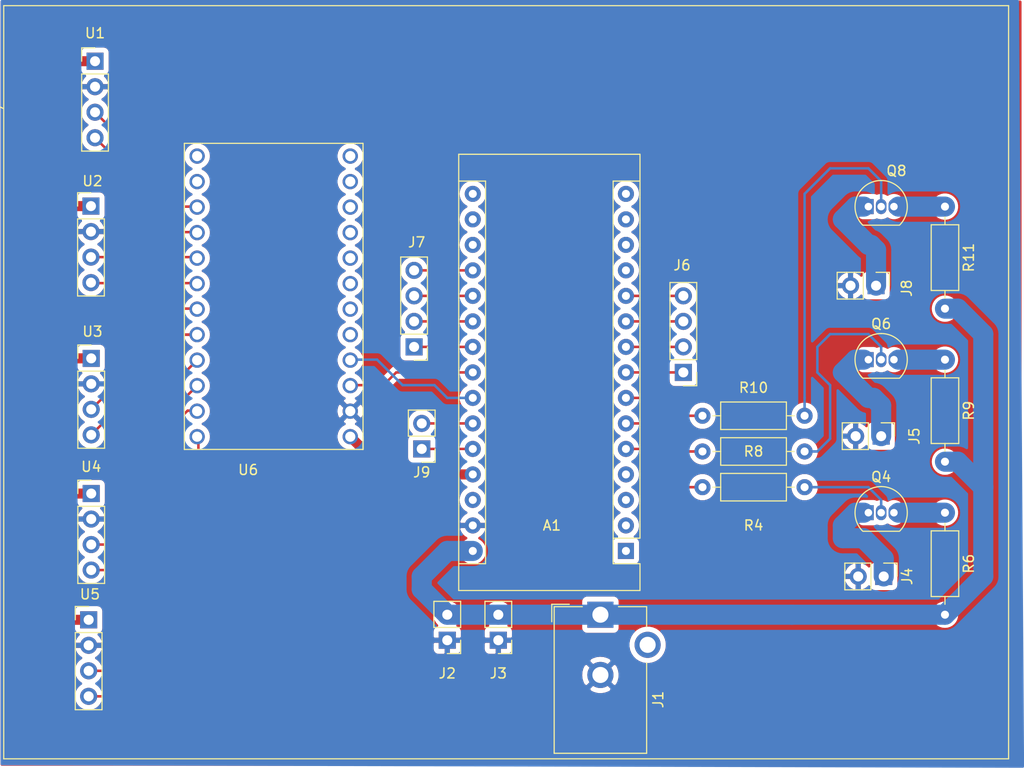
<source format=kicad_pcb>
(kicad_pcb (version 20171130) (host pcbnew "(5.1.4)-1")
  (layers (0 F.Cu signal) (31 B.Cu signal) (34 B.Paste user) (35 F.Paste user) (36 B.SilkS user) (37 F.SilkS user) (38 B.Mask user) (39 F.Mask user) (44 Edge.Cuts user))
  (net 0 "")
  (net 1 "Net-(A1-Pad1)")
  (net 2 "Net-(A1-Pad17)")
  (net 3 "Net-(A1-Pad2)")
  (net 4 "Net-(A1-Pad18)")
  (net 5 "Net-(A1-Pad3)")
  (net 6 "Net-(A1-Pad19)")
  (net 7 "Net-(A1-Pad4)")
  (net 8 "Net-(A1-Pad20)")
  (net 9 "Net-(A1-Pad5)")
  (net 10 "Net-(A1-Pad21)")
  (net 11 "Net-(A1-Pad6)")
  (net 12 "Net-(A1-Pad22)")
  (net 13 "Net-(A1-Pad7)")
  (net 14 "Net-(A1-Pad23)")
  (net 15 "Net-(A1-Pad8)")
  (net 16 "Net-(A1-Pad24)")
  (net 17 "Net-(A1-Pad9)")
  (net 18 "Net-(A1-Pad25)")
  (net 19 "Net-(A1-Pad10)")
  (net 20 "Net-(A1-Pad26)")
  (net 21 "Net-(A1-Pad11)")
  (net 22 "Net-(A1-Pad27)")
  (net 23 "Net-(A1-Pad12)")
  (net 24 "Net-(A1-Pad28)")
  (net 25 "Net-(A1-Pad13)")
  (net 26 GND)
  (net 27 "Net-(A1-Pad14)")
  (net 28 VCC)
  (net 29 "Net-(A1-Pad15)")
  (net 30 "Net-(A1-Pad16)")
  (net 31 "Net-(J4-Pad1)")
  (net 32 "Net-(J5-Pad1)")
  (net 33 "Net-(J8-Pad1)")
  (net 34 "Net-(Q4-Pad2)")
  (net 35 "Net-(Q4-Pad3)")
  (net 36 "Net-(Q6-Pad3)")
  (net 37 "Net-(Q6-Pad2)")
  (net 38 "Net-(Q8-Pad2)")
  (net 39 "Net-(Q8-Pad3)")
  (net 40 "Net-(U1-Pad4)")
  (net 41 "Net-(U1-Pad3)")
  (net 42 "Net-(U2-Pad3)")
  (net 43 "Net-(U2-Pad4)")
  (net 44 "Net-(U3-Pad3)")
  (net 45 "Net-(U3-Pad4)")
  (net 46 "Net-(U4-Pad4)")
  (net 47 "Net-(U4-Pad3)")
  (net 48 "Net-(U5-Pad3)")
  (net 49 "Net-(U5-Pad4)")
  (net 50 "Net-(U6-Pad24)")
  (net 51 "Net-(U6-Pad23)")
  (net 52 "Net-(U6-Pad12)")
  (net 53 "Net-(U6-Pad11)")
  (net 54 "Net-(U6-Pad10)")
  (net 55 "Net-(U6-Pad9)")
  (net 56 "Net-(U6-Pad8)")
  (net 57 "Net-(U6-Pad7)")
  (net 58 "Net-(U6-Pad6)")
  (net 59 "Net-(U6-Pad5)")
  (module adafruitparts:TCA9548A_multiplex (layer F.Cu) (at 86.868 88.9508 180)
    (fp_text reference U6 (at 2.54 -17.28 180) (layer F.SilkS))
    (fp_text value TCA9548Amultiplex)
    (fp_line (start -8.89 -13.97) (end -8.89 -13.97) (layer F.SilkS) (width 0.12))
    (fp_line (start -8.89 -15.24) (end -8.89 -13.97) (layer F.SilkS) (width 0.12))
    (fp_line (start 8.89 -15.24) (end -8.89 -15.24) (layer F.SilkS) (width 0.12))
    (fp_line (start 8.89 15.24) (end 8.89 -15.24) (layer F.SilkS) (width 0.12))
    (fp_line (start -8.89 15.24) (end 8.89 15.24) (layer F.SilkS) (width 0.12))
    (fp_line (start -8.89 -15.24) (end -8.89 15.24) (layer F.SilkS) (width 0.12))
    (pad 24 thru_hole circle (at 7.62 13.97 180) (size 1.524 1.524) (drill 1.016) (layers *.Cu *.Mask) (net 50 "Net-(U6-Pad24)"))
    (pad 23 thru_hole circle (at 7.62 11.43 180) (size 1.524 1.524) (drill 1.016) (layers *.Cu *.Mask) (net 51 "Net-(U6-Pad23)"))
    (pad 22 thru_hole circle (at 7.62 8.89 180) (size 1.524 1.524) (drill 1.016) (layers *.Cu *.Mask) (net 41 "Net-(U1-Pad3)"))
    (pad 21 thru_hole circle (at 7.62 6.35 180) (size 1.524 1.524) (drill 1.016) (layers *.Cu *.Mask) (net 40 "Net-(U1-Pad4)"))
    (pad 20 thru_hole circle (at 7.62 3.81 180) (size 1.524 1.524) (drill 1.016) (layers *.Cu *.Mask) (net 42 "Net-(U2-Pad3)"))
    (pad 19 thru_hole circle (at 7.62 1.27 180) (size 1.524 1.524) (drill 1.016) (layers *.Cu *.Mask) (net 43 "Net-(U2-Pad4)"))
    (pad 18 thru_hole circle (at 7.62 -1.27 180) (size 1.524 1.524) (drill 1.016) (layers *.Cu *.Mask) (net 44 "Net-(U3-Pad3)"))
    (pad 17 thru_hole circle (at 7.62 -3.81 180) (size 1.524 1.524) (drill 1.016) (layers *.Cu *.Mask) (net 45 "Net-(U3-Pad4)"))
    (pad 16 thru_hole circle (at 7.62 -6.35 180) (size 1.524 1.524) (drill 1.016) (layers *.Cu *.Mask) (net 47 "Net-(U4-Pad3)"))
    (pad 15 thru_hole circle (at 7.62 -8.89 180) (size 1.524 1.524) (drill 1.016) (layers *.Cu *.Mask) (net 46 "Net-(U4-Pad4)"))
    (pad 14 thru_hole circle (at 7.62 -11.43 180) (size 1.524 1.524) (drill 1.016) (layers *.Cu *.Mask) (net 48 "Net-(U5-Pad3)"))
    (pad 13 thru_hole circle (at 7.62 -13.97 180) (size 1.524 1.524) (drill 1.016) (layers *.Cu *.Mask) (net 49 "Net-(U5-Pad4)"))
    (pad 12 thru_hole circle (at -7.62 13.97 180) (size 1.524 1.524) (drill 1.016) (layers *.Cu *.Mask) (net 52 "Net-(U6-Pad12)"))
    (pad 11 thru_hole circle (at -7.62 11.43 180) (size 1.524 1.524) (drill 1.016) (layers *.Cu *.Mask) (net 53 "Net-(U6-Pad11)"))
    (pad 10 thru_hole circle (at -7.62 8.89 180) (size 1.524 1.524) (drill 1.016) (layers *.Cu *.Mask) (net 54 "Net-(U6-Pad10)"))
    (pad 9 thru_hole circle (at -7.62 6.35 180) (size 1.524 1.524) (drill 1.016) (layers *.Cu *.Mask) (net 55 "Net-(U6-Pad9)"))
    (pad 8 thru_hole circle (at -7.62 3.81 180) (size 1.524 1.524) (drill 1.016) (layers *.Cu *.Mask) (net 56 "Net-(U6-Pad8)"))
    (pad 7 thru_hole circle (at -7.62 1.27 180) (size 1.524 1.524) (drill 1.016) (layers *.Cu *.Mask) (net 57 "Net-(U6-Pad7)"))
    (pad 6 thru_hole circle (at -7.62 -1.27 180) (size 1.524 1.524) (drill 1.016) (layers *.Cu *.Mask) (net 58 "Net-(U6-Pad6)"))
    (pad 5 thru_hole circle (at -7.62 -3.81 180) (size 1.524 1.524) (drill 1.016) (layers *.Cu *.Mask) (net 59 "Net-(U6-Pad5)"))
    (pad 4 thru_hole circle (at -7.62 -6.35 180) (size 1.524 1.524) (drill 1.016) (layers *.Cu *.Mask) (net 16 "Net-(A1-Pad24)"))
    (pad 3 thru_hole circle (at -7.62 -8.89 180) (size 1.524 1.524) (drill 1.016) (layers *.Cu *.Mask) (net 14 "Net-(A1-Pad23)"))
    (pad 2 thru_hole circle (at -7.62 -11.43 180) (size 1.524 1.524) (drill 1.016) (layers *.Cu *.Mask) (net 26 GND))
    (pad 1 thru_hole circle (at -7.62 -13.97 180) (size 1.524 1.524) (drill 1.016) (layers *.Cu *.Mask) (net 22 "Net-(A1-Pad27)"))
  )
  (module Module:Arduino_Nano (layer F.Cu) (at 121.92 114.3 180)
    (fp_text reference A1 (at 7.366 2.54) (layer F.SilkS))
    (fp_text value Arduino_Nano_v3.x)
    (fp_line (start 1.27 1.27) (end 1.27 -1.27) (layer F.SilkS) (width 0.12))
    (fp_line (start 1.27 -1.27) (end -1.4 -1.27) (layer F.SilkS) (width 0.12))
    (fp_line (start -1.4 1.27) (end -1.4 39.5) (layer F.SilkS) (width 0.12))
    (fp_line (start -1.4 -3.94) (end -1.4 -1.27) (layer F.SilkS) (width 0.12))
    (fp_line (start 13.97 -1.27) (end 16.64 -1.27) (layer F.SilkS) (width 0.12))
    (fp_line (start 13.97 -1.27) (end 13.97 36.83) (layer F.SilkS) (width 0.12))
    (fp_line (start 13.97 36.83) (end 16.64 36.83) (layer F.SilkS) (width 0.12))
    (fp_line (start 1.27 1.27) (end -1.4 1.27) (layer F.SilkS) (width 0.12))
    (fp_line (start 1.27 1.27) (end 1.27 36.83) (layer F.SilkS) (width 0.12))
    (fp_line (start 1.27 36.83) (end -1.4 36.83) (layer F.SilkS) (width 0.12))
    (fp_line (start -1.4 39.5) (end 16.64 39.5) (layer F.SilkS) (width 0.12))
    (fp_line (start 16.64 39.5) (end 16.64 -3.94) (layer F.SilkS) (width 0.12))
    (fp_line (start 16.64 -3.94) (end -1.4 -3.94) (layer F.SilkS) (width 0.12))
    (pad 1 thru_hole rect (at 0 0 180) (size 1.6 1.6) (drill 0.8) (layers *.Cu *.Mask) (net 1 "Net-(A1-Pad1)"))
    (pad 17 thru_hole oval (at 15.24 33.02 180) (size 1.6 1.6) (drill 0.8) (layers *.Cu *.Mask) (net 2 "Net-(A1-Pad17)"))
    (pad 2 thru_hole oval (at 0 2.54 180) (size 1.6 1.6) (drill 0.8) (layers *.Cu *.Mask) (net 3 "Net-(A1-Pad2)"))
    (pad 18 thru_hole oval (at 15.24 30.48 180) (size 1.6 1.6) (drill 0.8) (layers *.Cu *.Mask) (net 4 "Net-(A1-Pad18)"))
    (pad 3 thru_hole oval (at 0 5.08 180) (size 1.6 1.6) (drill 0.8) (layers *.Cu *.Mask) (net 5 "Net-(A1-Pad3)"))
    (pad 19 thru_hole oval (at 15.24 27.94 180) (size 1.6 1.6) (drill 0.8) (layers *.Cu *.Mask) (net 6 "Net-(A1-Pad19)"))
    (pad 4 thru_hole oval (at 0 7.62 180) (size 1.6 1.6) (drill 0.8) (layers *.Cu *.Mask) (net 7 "Net-(A1-Pad4)"))
    (pad 20 thru_hole oval (at 15.24 25.4 180) (size 1.6 1.6) (drill 0.8) (layers *.Cu *.Mask) (net 8 "Net-(A1-Pad20)"))
    (pad 5 thru_hole oval (at 0 10.16 180) (size 1.6 1.6) (drill 0.8) (layers *.Cu *.Mask) (net 9 "Net-(A1-Pad5)"))
    (pad 21 thru_hole oval (at 15.24 22.86 180) (size 1.6 1.6) (drill 0.8) (layers *.Cu *.Mask) (net 10 "Net-(A1-Pad21)"))
    (pad 6 thru_hole oval (at 0 12.7 180) (size 1.6 1.6) (drill 0.8) (layers *.Cu *.Mask) (net 11 "Net-(A1-Pad6)"))
    (pad 22 thru_hole oval (at 15.24 20.32 180) (size 1.6 1.6) (drill 0.8) (layers *.Cu *.Mask) (net 12 "Net-(A1-Pad22)"))
    (pad 7 thru_hole oval (at 0 15.24 180) (size 1.6 1.6) (drill 0.8) (layers *.Cu *.Mask) (net 13 "Net-(A1-Pad7)"))
    (pad 23 thru_hole oval (at 15.24 17.78 180) (size 1.6 1.6) (drill 0.8) (layers *.Cu *.Mask) (net 14 "Net-(A1-Pad23)"))
    (pad 8 thru_hole oval (at 0 17.78 180) (size 1.6 1.6) (drill 0.8) (layers *.Cu *.Mask) (net 15 "Net-(A1-Pad8)"))
    (pad 24 thru_hole oval (at 15.24 15.24 180) (size 1.6 1.6) (drill 0.8) (layers *.Cu *.Mask) (net 16 "Net-(A1-Pad24)"))
    (pad 9 thru_hole oval (at 0 20.32 180) (size 1.6 1.6) (drill 0.8) (layers *.Cu *.Mask) (net 17 "Net-(A1-Pad9)"))
    (pad 25 thru_hole oval (at 15.24 12.7 180) (size 1.6 1.6) (drill 0.8) (layers *.Cu *.Mask) (net 18 "Net-(A1-Pad25)"))
    (pad 10 thru_hole oval (at 0 22.86 180) (size 1.6 1.6) (drill 0.8) (layers *.Cu *.Mask) (net 19 "Net-(A1-Pad10)"))
    (pad 26 thru_hole oval (at 15.24 10.16 180) (size 1.6 1.6) (drill 0.8) (layers *.Cu *.Mask) (net 20 "Net-(A1-Pad26)"))
    (pad 11 thru_hole oval (at 0 25.4 180) (size 1.6 1.6) (drill 0.8) (layers *.Cu *.Mask) (net 21 "Net-(A1-Pad11)"))
    (pad 27 thru_hole oval (at 15.24 7.62 180) (size 1.6 1.6) (drill 0.8) (layers *.Cu *.Mask) (net 22 "Net-(A1-Pad27)"))
    (pad 12 thru_hole oval (at 0 27.94 180) (size 1.6 1.6) (drill 0.8) (layers *.Cu *.Mask) (net 23 "Net-(A1-Pad12)"))
    (pad 28 thru_hole oval (at 15.24 5.08 180) (size 1.6 1.6) (drill 0.8) (layers *.Cu *.Mask) (net 24 "Net-(A1-Pad28)"))
    (pad 13 thru_hole oval (at 0 30.48 180) (size 1.6 1.6) (drill 0.8) (layers *.Cu *.Mask) (net 25 "Net-(A1-Pad13)"))
    (pad 29 thru_hole oval (at 15.24 2.54 180) (size 1.6 1.6) (drill 0.8) (layers *.Cu *.Mask) (net 26 GND))
    (pad 14 thru_hole oval (at 0 33.02 180) (size 1.6 1.6) (drill 0.8) (layers *.Cu *.Mask) (net 27 "Net-(A1-Pad14)"))
    (pad 30 thru_hole oval (at 15.24 0 180) (size 1.6 1.6) (drill 0.8) (layers *.Cu *.Mask) (net 28 VCC))
    (pad 15 thru_hole oval (at 0 35.56 180) (size 1.6 1.6) (drill 0.8) (layers *.Cu *.Mask) (net 29 "Net-(A1-Pad15)"))
    (pad 16 thru_hole oval (at 15.24 35.56 180) (size 1.6 1.6) (drill 0.8) (layers *.Cu *.Mask) (net 30 "Net-(A1-Pad16)"))
  )
  (module Connector_BarrelJack:BarrelJack_CUI_PJ-102AH_Horizontal (layer F.Cu) (at 119.38 120.65)
    (fp_text reference J1 (at 5.75 8.45 90) (layer F.SilkS))
    (fp_text value Barrel_Jack)
    (fp_line (start 4.6 4.8) (end 4.6 13.8) (layer F.SilkS) (width 0.12))
    (fp_line (start 4.6 13.8) (end -4.6 13.8) (layer F.SilkS) (width 0.12))
    (fp_line (start -4.6 13.8) (end -4.6 -0.8) (layer F.SilkS) (width 0.12))
    (fp_line (start -4.6 -0.8) (end -1.8 -0.8) (layer F.SilkS) (width 0.12))
    (fp_line (start 1.8 -0.8) (end 4.6 -0.8) (layer F.SilkS) (width 0.12))
    (fp_line (start 4.6 -0.8) (end 4.6 1.2) (layer F.SilkS) (width 0.12))
    (fp_line (start -4.84 0.7) (end -4.84 -1.04) (layer F.SilkS) (width 0.12))
    (fp_line (start -4.84 -1.04) (end -3.1 -1.04) (layer F.SilkS) (width 0.12))
    (pad 1 thru_hole rect (at 0 0) (size 2.6 2.6) (drill 1.6) (layers *.Cu *.Mask) (net 28 VCC))
    (pad 2 thru_hole circle (at 0 6) (size 2.6 2.6) (drill 1.6) (layers *.Cu *.Mask) (net 26 GND))
    (pad 3 thru_hole circle (at 4.7 3) (size 2.6 2.6) (drill 1.6) (layers *.Cu *.Mask))
  )
  (module Connector_PinHeader_2.54mm:PinHeader_1x02_P2.54mm_Vertical (layer F.Cu) (at 104.14 123.19 180)
    (fp_text reference J2 (at 0 -3.302) (layer F.SilkS))
    (fp_text value "Exposed power and ground")
    (fp_line (start -1.33 3.87) (end 1.33 3.87) (layer F.SilkS) (width 0.12))
    (fp_line (start -1.33 1.27) (end -1.33 3.87) (layer F.SilkS) (width 0.12))
    (fp_line (start 1.33 1.27) (end 1.33 3.87) (layer F.SilkS) (width 0.12))
    (fp_line (start -1.33 1.27) (end 1.33 1.27) (layer F.SilkS) (width 0.12))
    (fp_line (start -1.33 0) (end -1.33 -1.33) (layer F.SilkS) (width 0.12))
    (fp_line (start -1.33 -1.33) (end 0 -1.33) (layer F.SilkS) (width 0.12))
    (pad 1 thru_hole rect (at 0 0 180) (size 1.7 1.7) (drill 1) (layers *.Cu *.Mask) (net 26 GND))
    (pad 2 thru_hole oval (at 0 2.54 180) (size 1.7 1.7) (drill 1) (layers *.Cu *.Mask) (net 28 VCC))
  )
  (module Connector_PinHeader_2.54mm:PinHeader_1x02_P2.54mm_Vertical (layer F.Cu) (at 109.22 123.19 180)
    (fp_text reference J3 (at 0 -3.302) (layer F.SilkS))
    (fp_text value "Alternate power ground inputs")
    (fp_line (start -1.33 -1.33) (end 0 -1.33) (layer F.SilkS) (width 0.12))
    (fp_line (start -1.33 0) (end -1.33 -1.33) (layer F.SilkS) (width 0.12))
    (fp_line (start -1.33 1.27) (end 1.33 1.27) (layer F.SilkS) (width 0.12))
    (fp_line (start 1.33 1.27) (end 1.33 3.87) (layer F.SilkS) (width 0.12))
    (fp_line (start -1.33 1.27) (end -1.33 3.87) (layer F.SilkS) (width 0.12))
    (fp_line (start -1.33 3.87) (end 1.33 3.87) (layer F.SilkS) (width 0.12))
    (pad 2 thru_hole oval (at 0 2.54 180) (size 1.7 1.7) (drill 1) (layers *.Cu *.Mask) (net 28 VCC))
    (pad 1 thru_hole rect (at 0 0 180) (size 1.7 1.7) (drill 1) (layers *.Cu *.Mask) (net 26 GND))
  )
  (module Connector_PinHeader_2.54mm:PinHeader_1x02_P2.54mm_Vertical (layer F.Cu) (at 147.574 116.84 270)
    (fp_text reference J4 (at 0 -2.33 90) (layer F.SilkS))
    (fp_text value Conn_01x02_Male)
    (fp_line (start -1.33 -1.33) (end 0 -1.33) (layer F.SilkS) (width 0.12))
    (fp_line (start -1.33 0) (end -1.33 -1.33) (layer F.SilkS) (width 0.12))
    (fp_line (start -1.33 1.27) (end 1.33 1.27) (layer F.SilkS) (width 0.12))
    (fp_line (start 1.33 1.27) (end 1.33 3.87) (layer F.SilkS) (width 0.12))
    (fp_line (start -1.33 1.27) (end -1.33 3.87) (layer F.SilkS) (width 0.12))
    (fp_line (start -1.33 3.87) (end 1.33 3.87) (layer F.SilkS) (width 0.12))
    (pad 2 thru_hole oval (at 0 2.54 270) (size 1.7 1.7) (drill 1) (layers *.Cu *.Mask) (net 26 GND))
    (pad 1 thru_hole rect (at 0 0 270) (size 1.7 1.7) (drill 1) (layers *.Cu *.Mask) (net 31 "Net-(J4-Pad1)"))
  )
  (module Connector_PinHeader_2.54mm:PinHeader_1x02_P2.54mm_Vertical (layer F.Cu) (at 147.32 102.87 270)
    (fp_text reference J5 (at 0 -3.302 90) (layer F.SilkS))
    (fp_text value Conn_01x02_Male)
    (fp_line (start -1.33 3.87) (end 1.33 3.87) (layer F.SilkS) (width 0.12))
    (fp_line (start -1.33 1.27) (end -1.33 3.87) (layer F.SilkS) (width 0.12))
    (fp_line (start 1.33 1.27) (end 1.33 3.87) (layer F.SilkS) (width 0.12))
    (fp_line (start -1.33 1.27) (end 1.33 1.27) (layer F.SilkS) (width 0.12))
    (fp_line (start -1.33 0) (end -1.33 -1.33) (layer F.SilkS) (width 0.12))
    (fp_line (start -1.33 -1.33) (end 0 -1.33) (layer F.SilkS) (width 0.12))
    (pad 1 thru_hole rect (at 0 0 270) (size 1.7 1.7) (drill 1) (layers *.Cu *.Mask) (net 32 "Net-(J5-Pad1)"))
    (pad 2 thru_hole oval (at 0 2.54 270) (size 1.7 1.7) (drill 1) (layers *.Cu *.Mask) (net 26 GND))
  )
  (module Connector_PinHeader_2.54mm:PinHeader_1x04_P2.54mm_Vertical (layer F.Cu) (at 127.635 96.52 180)
    (fp_text reference J6 (at 0.127 10.668) (layer F.SilkS))
    (fp_text value Conn_01x04_Male)
    (fp_line (start -1.33 -1.33) (end 0 -1.33) (layer F.SilkS) (width 0.12))
    (fp_line (start -1.33 0) (end -1.33 -1.33) (layer F.SilkS) (width 0.12))
    (fp_line (start -1.33 1.27) (end 1.33 1.27) (layer F.SilkS) (width 0.12))
    (fp_line (start 1.33 1.27) (end 1.33 8.95) (layer F.SilkS) (width 0.12))
    (fp_line (start -1.33 1.27) (end -1.33 8.95) (layer F.SilkS) (width 0.12))
    (fp_line (start -1.33 8.95) (end 1.33 8.95) (layer F.SilkS) (width 0.12))
    (pad 4 thru_hole oval (at 0 7.62 180) (size 1.7 1.7) (drill 1) (layers *.Cu *.Mask) (net 21 "Net-(A1-Pad11)"))
    (pad 3 thru_hole oval (at 0 5.08 180) (size 1.7 1.7) (drill 1) (layers *.Cu *.Mask) (net 19 "Net-(A1-Pad10)"))
    (pad 2 thru_hole oval (at 0 2.54 180) (size 1.7 1.7) (drill 1) (layers *.Cu *.Mask) (net 17 "Net-(A1-Pad9)"))
    (pad 1 thru_hole rect (at 0 0 180) (size 1.7 1.7) (drill 1) (layers *.Cu *.Mask) (net 15 "Net-(A1-Pad8)"))
  )
  (module Connector_PinHeader_2.54mm:PinHeader_1x04_P2.54mm_Vertical (layer F.Cu) (at 100.838 93.98 180)
    (fp_text reference J7 (at -0.254 10.414) (layer F.SilkS))
    (fp_text value Conn_01x04_Male)
    (fp_line (start -1.33 8.95) (end 1.33 8.95) (layer F.SilkS) (width 0.12))
    (fp_line (start -1.33 1.27) (end -1.33 8.95) (layer F.SilkS) (width 0.12))
    (fp_line (start 1.33 1.27) (end 1.33 8.95) (layer F.SilkS) (width 0.12))
    (fp_line (start -1.33 1.27) (end 1.33 1.27) (layer F.SilkS) (width 0.12))
    (fp_line (start -1.33 0) (end -1.33 -1.33) (layer F.SilkS) (width 0.12))
    (fp_line (start -1.33 -1.33) (end 0 -1.33) (layer F.SilkS) (width 0.12))
    (pad 1 thru_hole rect (at 0 0 180) (size 1.7 1.7) (drill 1) (layers *.Cu *.Mask) (net 12 "Net-(A1-Pad22)"))
    (pad 2 thru_hole oval (at 0 2.54 180) (size 1.7 1.7) (drill 1) (layers *.Cu *.Mask) (net 10 "Net-(A1-Pad21)"))
    (pad 3 thru_hole oval (at 0 5.08 180) (size 1.7 1.7) (drill 1) (layers *.Cu *.Mask) (net 8 "Net-(A1-Pad20)"))
    (pad 4 thru_hole oval (at 0 7.62 180) (size 1.7 1.7) (drill 1) (layers *.Cu *.Mask) (net 6 "Net-(A1-Pad19)"))
  )
  (module Connector_PinHeader_2.54mm:PinHeader_1x02_P2.54mm_Vertical (layer F.Cu) (at 146.812 87.884 270)
    (fp_text reference J8 (at 0.254 -3.048 90) (layer F.SilkS))
    (fp_text value Conn_01x02_Male)
    (fp_line (start -1.33 -1.33) (end 0 -1.33) (layer F.SilkS) (width 0.12))
    (fp_line (start -1.33 0) (end -1.33 -1.33) (layer F.SilkS) (width 0.12))
    (fp_line (start -1.33 1.27) (end 1.33 1.27) (layer F.SilkS) (width 0.12))
    (fp_line (start 1.33 1.27) (end 1.33 3.87) (layer F.SilkS) (width 0.12))
    (fp_line (start -1.33 1.27) (end -1.33 3.87) (layer F.SilkS) (width 0.12))
    (fp_line (start -1.33 3.87) (end 1.33 3.87) (layer F.SilkS) (width 0.12))
    (pad 2 thru_hole oval (at 0 2.54 270) (size 1.7 1.7) (drill 1) (layers *.Cu *.Mask) (net 26 GND))
    (pad 1 thru_hole rect (at 0 0 270) (size 1.7 1.7) (drill 1) (layers *.Cu *.Mask) (net 33 "Net-(J8-Pad1)"))
  )
  (module Connector_PinHeader_2.54mm:PinHeader_1x02_P2.54mm_Vertical (layer F.Cu) (at 101.6 104.14 180)
    (fp_text reference J9 (at 0 -2.33) (layer F.SilkS))
    (fp_text value Conn_01x02_Male)
    (fp_line (start -1.33 3.87) (end 1.33 3.87) (layer F.SilkS) (width 0.12))
    (fp_line (start -1.33 1.27) (end -1.33 3.87) (layer F.SilkS) (width 0.12))
    (fp_line (start 1.33 1.27) (end 1.33 3.87) (layer F.SilkS) (width 0.12))
    (fp_line (start -1.33 1.27) (end 1.33 1.27) (layer F.SilkS) (width 0.12))
    (fp_line (start -1.33 0) (end -1.33 -1.33) (layer F.SilkS) (width 0.12))
    (fp_line (start -1.33 -1.33) (end 0 -1.33) (layer F.SilkS) (width 0.12))
    (pad 1 thru_hole rect (at 0 0 180) (size 1.7 1.7) (drill 1) (layers *.Cu *.Mask) (net 20 "Net-(A1-Pad26)"))
    (pad 2 thru_hole oval (at 0 2.54 180) (size 1.7 1.7) (drill 1) (layers *.Cu *.Mask) (net 18 "Net-(A1-Pad25)"))
  )
  (module Package_TO_SOT_THT:TO-92_Inline (layer F.Cu) (at 146.05 110.49)
    (fp_text reference Q4 (at 1.27 -3.56) (layer F.SilkS))
    (fp_text value PN2222A)
    (fp_line (start -0.53 1.85) (end 3.07 1.85) (layer F.SilkS) (width 0.12))
    (fp_arc (start 1.27 0) (end 1.27 -2.6) (angle -135) (layer F.SilkS) (width 0.12))
    (fp_arc (start 1.27 0) (end 1.27 -2.6) (angle 135) (layer F.SilkS) (width 0.12))
    (pad 2 thru_hole oval (at 1.27 0) (size 1.05 1.5) (drill 0.75) (layers *.Cu *.Mask) (net 34 "Net-(Q4-Pad2)"))
    (pad 3 thru_hole oval (at 2.54 0) (size 1.05 1.5) (drill 0.75) (layers *.Cu *.Mask) (net 35 "Net-(Q4-Pad3)"))
    (pad 1 thru_hole rect (at 0 0) (size 1.05 1.5) (drill 0.75) (layers *.Cu *.Mask) (net 31 "Net-(J4-Pad1)"))
  )
  (module Package_TO_SOT_THT:TO-92_Inline (layer F.Cu) (at 146.05 95.25)
    (fp_text reference Q6 (at 1.27 -3.56) (layer F.SilkS))
    (fp_text value PN2222A)
    (fp_arc (start 1.27 0) (end 1.27 -2.6) (angle 135) (layer F.SilkS) (width 0.12))
    (fp_arc (start 1.27 0) (end 1.27 -2.6) (angle -135) (layer F.SilkS) (width 0.12))
    (fp_line (start -0.53 1.85) (end 3.07 1.85) (layer F.SilkS) (width 0.12))
    (pad 1 thru_hole rect (at 0 0) (size 1.05 1.5) (drill 0.75) (layers *.Cu *.Mask) (net 32 "Net-(J5-Pad1)"))
    (pad 3 thru_hole oval (at 2.54 0) (size 1.05 1.5) (drill 0.75) (layers *.Cu *.Mask) (net 36 "Net-(Q6-Pad3)"))
    (pad 2 thru_hole oval (at 1.27 0) (size 1.05 1.5) (drill 0.75) (layers *.Cu *.Mask) (net 37 "Net-(Q6-Pad2)"))
  )
  (module Package_TO_SOT_THT:TO-92_Inline (layer F.Cu) (at 146.05 80.01)
    (fp_text reference Q8 (at 2.794 -3.56) (layer F.SilkS))
    (fp_text value PN2222A)
    (fp_line (start -0.53 1.85) (end 3.07 1.85) (layer F.SilkS) (width 0.12))
    (fp_arc (start 1.27 0) (end 1.27 -2.6) (angle -135) (layer F.SilkS) (width 0.12))
    (fp_arc (start 1.27 0) (end 1.27 -2.6) (angle 135) (layer F.SilkS) (width 0.12))
    (pad 2 thru_hole oval (at 1.27 0) (size 1.05 1.5) (drill 0.75) (layers *.Cu *.Mask) (net 38 "Net-(Q8-Pad2)"))
    (pad 3 thru_hole oval (at 2.54 0) (size 1.05 1.5) (drill 0.75) (layers *.Cu *.Mask) (net 39 "Net-(Q8-Pad3)"))
    (pad 1 thru_hole rect (at 0 0) (size 1.05 1.5) (drill 0.75) (layers *.Cu *.Mask) (net 33 "Net-(J8-Pad1)"))
  )
  (module Resistor_THT:R_Axial_DIN0207_L6.3mm_D2.5mm_P10.16mm_Horizontal (layer F.Cu) (at 129.54 107.95)
    (fp_text reference R4 (at 5.08 3.81) (layer F.SilkS))
    (fp_text value 220)
    (fp_line (start 1.81 -1.37) (end 1.81 1.37) (layer F.SilkS) (width 0.12))
    (fp_line (start 1.81 1.37) (end 8.35 1.37) (layer F.SilkS) (width 0.12))
    (fp_line (start 8.35 1.37) (end 8.35 -1.37) (layer F.SilkS) (width 0.12))
    (fp_line (start 8.35 -1.37) (end 1.81 -1.37) (layer F.SilkS) (width 0.12))
    (fp_line (start 1.04 0) (end 1.81 0) (layer F.SilkS) (width 0.12))
    (fp_line (start 9.12 0) (end 8.35 0) (layer F.SilkS) (width 0.12))
    (pad 1 thru_hole circle (at 0 0) (size 1.6 1.6) (drill 0.8) (layers *.Cu *.Mask) (net 9 "Net-(A1-Pad5)"))
    (pad 2 thru_hole oval (at 10.16 0) (size 1.6 1.6) (drill 0.8) (layers *.Cu *.Mask) (net 34 "Net-(Q4-Pad2)"))
  )
  (module Resistor_THT:R_Axial_DIN0207_L6.3mm_D2.5mm_P10.16mm_Horizontal (layer F.Cu) (at 153.67 110.49 270)
    (fp_text reference R6 (at 5.08 -2.37 90) (layer F.SilkS))
    (fp_text value 10)
    (fp_line (start 9.12 0) (end 8.35 0) (layer F.SilkS) (width 0.12))
    (fp_line (start 1.04 0) (end 1.81 0) (layer F.SilkS) (width 0.12))
    (fp_line (start 8.35 -1.37) (end 1.81 -1.37) (layer F.SilkS) (width 0.12))
    (fp_line (start 8.35 1.37) (end 8.35 -1.37) (layer F.SilkS) (width 0.12))
    (fp_line (start 1.81 1.37) (end 8.35 1.37) (layer F.SilkS) (width 0.12))
    (fp_line (start 1.81 -1.37) (end 1.81 1.37) (layer F.SilkS) (width 0.12))
    (pad 2 thru_hole oval (at 10.16 0 270) (size 1.6 1.6) (drill 0.8) (layers *.Cu *.Mask) (net 28 VCC))
    (pad 1 thru_hole circle (at 0 0 270) (size 1.6 1.6) (drill 0.8) (layers *.Cu *.Mask) (net 35 "Net-(Q4-Pad3)"))
  )
  (module Resistor_THT:R_Axial_DIN0207_L6.3mm_D2.5mm_P10.16mm_Horizontal (layer F.Cu) (at 129.54 104.394)
    (fp_text reference R8 (at 5.08 0) (layer F.SilkS))
    (fp_text value 220)
    (fp_line (start 9.12 0) (end 8.35 0) (layer F.SilkS) (width 0.12))
    (fp_line (start 1.04 0) (end 1.81 0) (layer F.SilkS) (width 0.12))
    (fp_line (start 8.35 -1.37) (end 1.81 -1.37) (layer F.SilkS) (width 0.12))
    (fp_line (start 8.35 1.37) (end 8.35 -1.37) (layer F.SilkS) (width 0.12))
    (fp_line (start 1.81 1.37) (end 8.35 1.37) (layer F.SilkS) (width 0.12))
    (fp_line (start 1.81 -1.37) (end 1.81 1.37) (layer F.SilkS) (width 0.12))
    (pad 2 thru_hole oval (at 10.16 0) (size 1.6 1.6) (drill 0.8) (layers *.Cu *.Mask) (net 37 "Net-(Q6-Pad2)"))
    (pad 1 thru_hole circle (at 0 0) (size 1.6 1.6) (drill 0.8) (layers *.Cu *.Mask) (net 11 "Net-(A1-Pad6)"))
  )
  (module Resistor_THT:R_Axial_DIN0207_L6.3mm_D2.5mm_P10.16mm_Horizontal (layer F.Cu) (at 153.67 95.25 270)
    (fp_text reference R9 (at 5.08 -2.37 90) (layer F.SilkS))
    (fp_text value 10)
    (fp_line (start 1.81 -1.37) (end 1.81 1.37) (layer F.SilkS) (width 0.12))
    (fp_line (start 1.81 1.37) (end 8.35 1.37) (layer F.SilkS) (width 0.12))
    (fp_line (start 8.35 1.37) (end 8.35 -1.37) (layer F.SilkS) (width 0.12))
    (fp_line (start 8.35 -1.37) (end 1.81 -1.37) (layer F.SilkS) (width 0.12))
    (fp_line (start 1.04 0) (end 1.81 0) (layer F.SilkS) (width 0.12))
    (fp_line (start 9.12 0) (end 8.35 0) (layer F.SilkS) (width 0.12))
    (pad 1 thru_hole circle (at 0 0 270) (size 1.6 1.6) (drill 0.8) (layers *.Cu *.Mask) (net 36 "Net-(Q6-Pad3)"))
    (pad 2 thru_hole oval (at 10.16 0 270) (size 1.6 1.6) (drill 0.8) (layers *.Cu *.Mask) (net 28 VCC))
  )
  (module Resistor_THT:R_Axial_DIN0207_L6.3mm_D2.5mm_P10.16mm_Horizontal (layer F.Cu) (at 129.54 100.838)
    (fp_text reference R10 (at 5.08 -2.794) (layer F.SilkS))
    (fp_text value 220)
    (fp_line (start 1.81 -1.37) (end 1.81 1.37) (layer F.SilkS) (width 0.12))
    (fp_line (start 1.81 1.37) (end 8.35 1.37) (layer F.SilkS) (width 0.12))
    (fp_line (start 8.35 1.37) (end 8.35 -1.37) (layer F.SilkS) (width 0.12))
    (fp_line (start 8.35 -1.37) (end 1.81 -1.37) (layer F.SilkS) (width 0.12))
    (fp_line (start 1.04 0) (end 1.81 0) (layer F.SilkS) (width 0.12))
    (fp_line (start 9.12 0) (end 8.35 0) (layer F.SilkS) (width 0.12))
    (pad 1 thru_hole circle (at 0 0) (size 1.6 1.6) (drill 0.8) (layers *.Cu *.Mask) (net 13 "Net-(A1-Pad7)"))
    (pad 2 thru_hole oval (at 10.16 0) (size 1.6 1.6) (drill 0.8) (layers *.Cu *.Mask) (net 38 "Net-(Q8-Pad2)"))
  )
  (module Resistor_THT:R_Axial_DIN0207_L6.3mm_D2.5mm_P10.16mm_Horizontal (layer F.Cu) (at 153.67 80.01 270)
    (fp_text reference R11 (at 5.08 -2.37 90) (layer F.SilkS))
    (fp_text value 10)
    (fp_line (start 9.12 0) (end 8.35 0) (layer F.SilkS) (width 0.12))
    (fp_line (start 1.04 0) (end 1.81 0) (layer F.SilkS) (width 0.12))
    (fp_line (start 8.35 -1.37) (end 1.81 -1.37) (layer F.SilkS) (width 0.12))
    (fp_line (start 8.35 1.37) (end 8.35 -1.37) (layer F.SilkS) (width 0.12))
    (fp_line (start 1.81 1.37) (end 8.35 1.37) (layer F.SilkS) (width 0.12))
    (fp_line (start 1.81 -1.37) (end 1.81 1.37) (layer F.SilkS) (width 0.12))
    (pad 2 thru_hole oval (at 10.16 0 270) (size 1.6 1.6) (drill 0.8) (layers *.Cu *.Mask) (net 28 VCC))
    (pad 1 thru_hole circle (at 0 0 270) (size 1.6 1.6) (drill 0.8) (layers *.Cu *.Mask) (net 39 "Net-(Q8-Pad3)"))
  )
  (module Connector_PinHeader_2.54mm:PinHeader_1x04_P2.54mm_Vertical (layer F.Cu) (at 69.088 65.532)
    (fp_text reference U1 (at 0 -2.794) (layer F.SilkS))
    (fp_text value magnetometer_connect)
    (fp_line (start -1.33 -1.33) (end 0 -1.33) (layer F.SilkS) (width 0.12))
    (fp_line (start -1.33 0) (end -1.33 -1.33) (layer F.SilkS) (width 0.12))
    (fp_line (start -1.33 1.27) (end 1.33 1.27) (layer F.SilkS) (width 0.12))
    (fp_line (start 1.33 1.27) (end 1.33 8.95) (layer F.SilkS) (width 0.12))
    (fp_line (start -1.33 1.27) (end -1.33 8.95) (layer F.SilkS) (width 0.12))
    (fp_line (start -1.33 8.95) (end 1.33 8.95) (layer F.SilkS) (width 0.12))
    (pad 4 thru_hole oval (at 0 7.62) (size 1.7 1.7) (drill 1) (layers *.Cu *.Mask) (net 40 "Net-(U1-Pad4)"))
    (pad 3 thru_hole oval (at 0 5.08) (size 1.7 1.7) (drill 1) (layers *.Cu *.Mask) (net 41 "Net-(U1-Pad3)"))
    (pad 2 thru_hole oval (at 0 2.54) (size 1.7 1.7) (drill 1) (layers *.Cu *.Mask) (net 26 GND))
    (pad 1 thru_hole rect (at 0 0) (size 1.7 1.7) (drill 1) (layers *.Cu *.Mask) (net 22 "Net-(A1-Pad27)"))
  )
  (module Connector_PinHeader_2.54mm:PinHeader_1x04_P2.54mm_Vertical (layer F.Cu) (at 68.6816 79.9592)
    (fp_text reference U2 (at 0.1524 -2.4892) (layer F.SilkS))
    (fp_text value magnetometer_connect)
    (fp_line (start -1.33 8.95) (end 1.33 8.95) (layer F.SilkS) (width 0.12))
    (fp_line (start -1.33 1.27) (end -1.33 8.95) (layer F.SilkS) (width 0.12))
    (fp_line (start 1.33 1.27) (end 1.33 8.95) (layer F.SilkS) (width 0.12))
    (fp_line (start -1.33 1.27) (end 1.33 1.27) (layer F.SilkS) (width 0.12))
    (fp_line (start -1.33 0) (end -1.33 -1.33) (layer F.SilkS) (width 0.12))
    (fp_line (start -1.33 -1.33) (end 0 -1.33) (layer F.SilkS) (width 0.12))
    (pad 1 thru_hole rect (at 0 0) (size 1.7 1.7) (drill 1) (layers *.Cu *.Mask) (net 22 "Net-(A1-Pad27)"))
    (pad 2 thru_hole oval (at 0 2.54) (size 1.7 1.7) (drill 1) (layers *.Cu *.Mask) (net 26 GND))
    (pad 3 thru_hole oval (at 0 5.08) (size 1.7 1.7) (drill 1) (layers *.Cu *.Mask) (net 42 "Net-(U2-Pad3)"))
    (pad 4 thru_hole oval (at 0 7.62) (size 1.7 1.7) (drill 1) (layers *.Cu *.Mask) (net 43 "Net-(U2-Pad4)"))
  )
  (module Connector_PinHeader_2.54mm:PinHeader_1x04_P2.54mm_Vertical (layer F.Cu) (at 68.707 95.123)
    (fp_text reference U3 (at 0.127 -2.667) (layer F.SilkS))
    (fp_text value magnetometer_connect)
    (fp_line (start -1.33 8.95) (end 1.33 8.95) (layer F.SilkS) (width 0.12))
    (fp_line (start -1.33 1.27) (end -1.33 8.95) (layer F.SilkS) (width 0.12))
    (fp_line (start 1.33 1.27) (end 1.33 8.95) (layer F.SilkS) (width 0.12))
    (fp_line (start -1.33 1.27) (end 1.33 1.27) (layer F.SilkS) (width 0.12))
    (fp_line (start -1.33 0) (end -1.33 -1.33) (layer F.SilkS) (width 0.12))
    (fp_line (start -1.33 -1.33) (end 0 -1.33) (layer F.SilkS) (width 0.12))
    (pad 1 thru_hole rect (at 0 0) (size 1.7 1.7) (drill 1) (layers *.Cu *.Mask) (net 22 "Net-(A1-Pad27)"))
    (pad 2 thru_hole oval (at 0 2.54) (size 1.7 1.7) (drill 1) (layers *.Cu *.Mask) (net 26 GND))
    (pad 3 thru_hole oval (at 0 5.08) (size 1.7 1.7) (drill 1) (layers *.Cu *.Mask) (net 44 "Net-(U3-Pad3)"))
    (pad 4 thru_hole oval (at 0 7.62) (size 1.7 1.7) (drill 1) (layers *.Cu *.Mask) (net 45 "Net-(U3-Pad4)"))
  )
  (module Connector_PinHeader_2.54mm:PinHeader_1x04_P2.54mm_Vertical (layer F.Cu) (at 68.707 108.585)
    (fp_text reference U4 (at 0 -2.667) (layer F.SilkS))
    (fp_text value magnetometer_connect)
    (fp_line (start -1.33 -1.33) (end 0 -1.33) (layer F.SilkS) (width 0.12))
    (fp_line (start -1.33 0) (end -1.33 -1.33) (layer F.SilkS) (width 0.12))
    (fp_line (start -1.33 1.27) (end 1.33 1.27) (layer F.SilkS) (width 0.12))
    (fp_line (start 1.33 1.27) (end 1.33 8.95) (layer F.SilkS) (width 0.12))
    (fp_line (start -1.33 1.27) (end -1.33 8.95) (layer F.SilkS) (width 0.12))
    (fp_line (start -1.33 8.95) (end 1.33 8.95) (layer F.SilkS) (width 0.12))
    (pad 4 thru_hole oval (at 0 7.62) (size 1.7 1.7) (drill 1) (layers *.Cu *.Mask) (net 46 "Net-(U4-Pad4)"))
    (pad 3 thru_hole oval (at 0 5.08) (size 1.7 1.7) (drill 1) (layers *.Cu *.Mask) (net 47 "Net-(U4-Pad3)"))
    (pad 2 thru_hole oval (at 0 2.54) (size 1.7 1.7) (drill 1) (layers *.Cu *.Mask) (net 26 GND))
    (pad 1 thru_hole rect (at 0 0) (size 1.7 1.7) (drill 1) (layers *.Cu *.Mask) (net 22 "Net-(A1-Pad27)"))
  )
  (module Connector_PinHeader_2.54mm:PinHeader_1x04_P2.54mm_Vertical (layer F.Cu) (at 68.453 121.158)
    (fp_text reference U5 (at 0.127 -2.54) (layer F.SilkS))
    (fp_text value magnetometer_connect)
    (fp_line (start -1.33 8.95) (end 1.33 8.95) (layer F.SilkS) (width 0.12))
    (fp_line (start -1.33 1.27) (end -1.33 8.95) (layer F.SilkS) (width 0.12))
    (fp_line (start 1.33 1.27) (end 1.33 8.95) (layer F.SilkS) (width 0.12))
    (fp_line (start -1.33 1.27) (end 1.33 1.27) (layer F.SilkS) (width 0.12))
    (fp_line (start -1.33 0) (end -1.33 -1.33) (layer F.SilkS) (width 0.12))
    (fp_line (start -1.33 -1.33) (end 0 -1.33) (layer F.SilkS) (width 0.12))
    (pad 1 thru_hole rect (at 0 0) (size 1.7 1.7) (drill 1) (layers *.Cu *.Mask) (net 22 "Net-(A1-Pad27)"))
    (pad 2 thru_hole oval (at 0 2.54) (size 1.7 1.7) (drill 1) (layers *.Cu *.Mask) (net 26 GND))
    (pad 3 thru_hole oval (at 0 5.08) (size 1.7 1.7) (drill 1) (layers *.Cu *.Mask) (net 48 "Net-(U5-Pad3)"))
    (pad 4 thru_hole oval (at 0 7.62) (size 1.7 1.7) (drill 1) (layers *.Cu *.Mask) (net 49 "Net-(U5-Pad4)"))
  )
  (gr_line (start 60 135) (end 160 135) (layer F.SilkS) (width 0.12))
  (gr_line (start 60 60) (end 160 60) (layer F.SilkS) (width 0.12))
  (gr_line (start 160 60) (end 160 135) (layer F.SilkS) (width 0.12))
  (gr_line (start 60 60) (end 60 135) (layer F.SilkS) (width 0.12))
  (gr_line (start 59.69 70.104) (end 59.944 70.231) (layer F.SilkS) (width 0.12))
  (segment (start 100.838 86.36) (end 106.68 86.36) (width 0.25) (layer F.Cu) (net 6))
  (segment (start 100.838 88.9) (end 106.68 88.9) (width 0.25) (layer F.Cu) (net 8))
  (segment (start 127.762 107.95) (end 129.54 107.95) (width 0.25) (layer F.Cu) (net 9))
  (segment (start 123.952 104.14) (end 127.762 107.95) (width 0.25) (layer F.Cu) (net 9))
  (segment (start 121.92 104.14) (end 123.952 104.14) (width 0.25) (layer F.Cu) (net 9))
  (segment (start 100.838 91.44) (end 106.68 91.44) (width 0.25) (layer F.Cu) (net 10))
  (segment (start 121.92 101.6) (end 124.46 101.6) (width 0.25) (layer F.Cu) (net 11))
  (segment (start 124.46 101.6) (end 127.254 104.394) (width 0.25) (layer F.Cu) (net 11))
  (segment (start 127.254 104.394) (end 129.54 104.394) (width 0.25) (layer F.Cu) (net 11))
  (segment (start 100.838 93.98) (end 106.68 93.98) (width 0.25) (layer F.Cu) (net 12))
  (segment (start 121.92 99.06) (end 124.714 99.06) (width 0.25) (layer F.Cu) (net 13))
  (segment (start 126.492 100.838) (end 129.54 100.838) (width 0.25) (layer F.Cu) (net 13))
  (segment (start 124.714 99.06) (end 126.492 100.838) (width 0.25) (layer F.Cu) (net 13))
  (segment (start 97.79 97.79) (end 94.615 97.79) (width 0.25) (layer F.Cu) (net 14))
  (segment (start 106.68 96.52) (end 99.06 96.52) (width 0.25) (layer F.Cu) (net 14))
  (segment (start 99.06 96.52) (end 97.79 97.79) (width 0.25) (layer F.Cu) (net 14))
  (segment (start 127.635 96.52) (end 121.92 96.52) (width 0.25) (layer F.Cu) (net 15))
  (segment (start 94.615 95.25) (end 97.155 95.25) (width 0.25) (layer B.Cu) (net 16))
  (segment (start 97.155 95.25) (end 99.695 97.79) (width 0.25) (layer B.Cu) (net 16))
  (segment (start 99.695 97.79) (end 102.87 97.79) (width 0.25) (layer B.Cu) (net 16))
  (segment (start 102.87 97.79) (end 104.14 99.06) (width 0.25) (layer B.Cu) (net 16))
  (segment (start 104.14 99.06) (end 106.68 99.06) (width 0.25) (layer B.Cu) (net 16))
  (segment (start 126.432919 93.98) (end 121.92 93.98) (width 0.25) (layer F.Cu) (net 17))
  (segment (start 127.635 93.98) (end 126.432919 93.98) (width 0.25) (layer F.Cu) (net 17))
  (segment (start 101.6 101.6) (end 106.68 101.6) (width 0.25) (layer F.Cu) (net 18))
  (segment (start 127.635 91.44) (end 121.92 91.44) (width 0.25) (layer F.Cu) (net 19))
  (segment (start 101.6 104.14) (end 106.68 104.14) (width 0.25) (layer F.Cu) (net 20))
  (segment (start 127.635 88.9) (end 121.92 88.9) (width 0.25) (layer F.Cu) (net 21))
  (segment (start 65.1764 121.158) (end 68.453 121.158) (width 1) (layer F.Cu) (net 22))
  (segment (start 106.68 106.68) (end 102.5144 106.68) (width 1) (layer F.Cu) (net 22))
  (segment (start 65.6844 131.9276) (end 62.484 128.7272) (width 1) (layer F.Cu) (net 22))
  (segment (start 62.484 128.7272) (end 62.484 123.8504) (width 1) (layer F.Cu) (net 22))
  (segment (start 62.484 123.8504) (end 65.1764 121.158) (width 1) (layer F.Cu) (net 22))
  (segment (start 62.484 123.8504) (end 62.484 112.6236) (width 1) (layer F.Cu) (net 22))
  (segment (start 66.5226 108.585) (end 68.707 108.585) (width 1) (layer F.Cu) (net 22))
  (segment (start 62.484 112.6236) (end 66.5226 108.585) (width 1) (layer F.Cu) (net 22))
  (segment (start 62.484 112.6236) (end 62.484 98.7552) (width 1) (layer F.Cu) (net 22))
  (segment (start 66.1162 95.123) (end 68.707 95.123) (width 1) (layer F.Cu) (net 22))
  (segment (start 62.484 98.7552) (end 66.1162 95.123) (width 1) (layer F.Cu) (net 22))
  (segment (start 62.484 98.7552) (end 62.484 82.7532) (width 1) (layer F.Cu) (net 22))
  (segment (start 65.278 79.9592) (end 68.6816 79.9592) (width 1) (layer F.Cu) (net 22))
  (segment (start 62.484 82.7532) (end 65.278 79.9592) (width 1) (layer F.Cu) (net 22))
  (segment (start 62.484 82.7532) (end 62.484 68.6308) (width 1) (layer F.Cu) (net 22))
  (segment (start 65.5828 65.532) (end 69.088 65.532) (width 1) (layer F.Cu) (net 22))
  (segment (start 62.484 68.6308) (end 65.5828 65.532) (width 1) (layer F.Cu) (net 22))
  (segment (start 98.2472 106.68) (end 94.488 102.9208) (width 1) (layer F.Cu) (net 22))
  (segment (start 101.7016 106.68) (end 102.5144 106.68) (width 1) (layer F.Cu) (net 22))
  (segment (start 101.7016 106.68) (end 98.2472 106.68) (width 1) (layer F.Cu) (net 22))
  (segment (start 97.9932 106.68) (end 72.7456 131.9276) (width 1) (layer F.Cu) (net 22))
  (segment (start 98.2472 106.68) (end 97.9932 106.68) (width 1) (layer F.Cu) (net 22))
  (segment (start 72.7456 131.9276) (end 65.6844 131.9276) (width 1) (layer F.Cu) (net 22))
  (segment (start 106.68 114.3) (end 104.14 114.3) (width 2) (layer B.Cu) (net 28))
  (segment (start 104.14 114.3) (end 101.6 116.84) (width 2) (layer B.Cu) (net 28))
  (segment (start 101.6 118.11) (end 104.14 120.65) (width 2) (layer B.Cu) (net 28))
  (segment (start 101.6 116.84) (end 101.6 118.11) (width 2) (layer B.Cu) (net 28))
  (segment (start 104.14 120.65) (end 109.22 120.65) (width 2) (layer B.Cu) (net 28))
  (segment (start 109.22 120.65) (end 119.38 120.65) (width 2) (layer B.Cu) (net 28))
  (segment (start 119.38 120.65) (end 138.43 120.65) (width 2) (layer B.Cu) (net 28))
  (segment (start 138.43 120.65) (end 153.67 120.65) (width 2) (layer B.Cu) (net 28))
  (segment (start 153.67 105.41) (end 154.94 105.41) (width 2) (layer B.Cu) (net 28))
  (segment (start 154.94 105.41) (end 157.48 107.95) (width 2) (layer B.Cu) (net 28))
  (segment (start 157.48 116.84) (end 153.67 120.65) (width 2) (layer B.Cu) (net 28))
  (segment (start 157.48 107.95) (end 157.48 116.84) (width 2) (layer B.Cu) (net 28))
  (segment (start 157.48 107.95) (end 157.48 92.71) (width 2) (layer B.Cu) (net 28))
  (segment (start 157.48 92.71) (end 154.94 90.17) (width 2) (layer B.Cu) (net 28))
  (segment (start 154.94 90.17) (end 153.67 90.17) (width 2) (layer B.Cu) (net 28))
  (segment (start 143.51 113.03) (end 143.51 111.76) (width 2) (layer B.Cu) (net 31))
  (segment (start 143.51 111.76) (end 144.78 110.49) (width 2) (layer B.Cu) (net 31))
  (segment (start 144.78 110.49) (end 145.59499 110.49) (width 2) (layer B.Cu) (net 31))
  (segment (start 143.51 113.03) (end 145.542 113.03) (width 2) (layer B.Cu) (net 31))
  (segment (start 147.574 115.062) (end 147.574 116.84) (width 2) (layer B.Cu) (net 31))
  (segment (start 145.542 113.03) (end 147.574 115.062) (width 2) (layer B.Cu) (net 31))
  (segment (start 146.05 99.06) (end 143.51 96.52) (width 2) (layer B.Cu) (net 32))
  (segment (start 143.51 96.52) (end 144.78 95.25) (width 2) (layer B.Cu) (net 32))
  (segment (start 144.78 95.25) (end 145.59499 95.25) (width 2) (layer B.Cu) (net 32))
  (segment (start 146.558 99.06) (end 147.32 99.822) (width 2) (layer B.Cu) (net 32))
  (segment (start 146.05 99.06) (end 146.558 99.06) (width 2) (layer B.Cu) (net 32))
  (segment (start 147.32 99.822) (end 147.32 102.87) (width 2) (layer B.Cu) (net 32))
  (segment (start 144.78 80.01) (end 145.59499 80.01) (width 2) (layer B.Cu) (net 33))
  (segment (start 143.51 81.28) (end 144.78 80.01) (width 2) (layer B.Cu) (net 33))
  (segment (start 146.05 83.82) (end 143.51 81.28) (width 2) (layer B.Cu) (net 33))
  (segment (start 146.05 83.82) (end 146.304 83.82) (width 2) (layer B.Cu) (net 33))
  (segment (start 146.812 84.328) (end 146.812 87.884) (width 2) (layer B.Cu) (net 33))
  (segment (start 146.304 83.82) (end 146.812 84.328) (width 2) (layer B.Cu) (net 33))
  (segment (start 146.05 107.95) (end 139.7 107.95) (width 0.25) (layer B.Cu) (net 34))
  (segment (start 147.32 110.49) (end 147.32 109.22) (width 0.25) (layer B.Cu) (net 34))
  (segment (start 147.32 109.22) (end 146.05 107.95) (width 0.25) (layer B.Cu) (net 34))
  (segment (start 153.67 110.49) (end 149.04501 110.49) (width 2) (layer B.Cu) (net 35))
  (segment (start 153.67 95.25) (end 149.86 95.25) (width 2) (layer B.Cu) (net 36))
  (segment (start 149.86 95.25) (end 149.04501 95.25) (width 2) (layer B.Cu) (net 36))
  (segment (start 140.97 104.394) (end 139.7 104.394) (width 0.25) (layer B.Cu) (net 37))
  (segment (start 142.24 103.124) (end 140.97 104.394) (width 0.25) (layer B.Cu) (net 37))
  (segment (start 142.24 97.79) (end 142.24 103.124) (width 0.25) (layer B.Cu) (net 37))
  (segment (start 147.32 93.98) (end 146.05 92.71) (width 0.25) (layer B.Cu) (net 37))
  (segment (start 147.32 95.25) (end 147.32 93.98) (width 0.25) (layer B.Cu) (net 37))
  (segment (start 146.05 92.71) (end 142.24 92.71) (width 0.25) (layer B.Cu) (net 37))
  (segment (start 142.24 92.71) (end 140.97 93.98) (width 0.25) (layer B.Cu) (net 37))
  (segment (start 140.97 93.98) (end 140.97 96.52) (width 0.25) (layer B.Cu) (net 37))
  (segment (start 140.97 96.52) (end 142.24 97.79) (width 0.25) (layer B.Cu) (net 37))
  (segment (start 147.32 77.47) (end 147.32 80.01) (width 0.25) (layer B.Cu) (net 38))
  (segment (start 146.05 76.2) (end 147.32 77.47) (width 0.25) (layer B.Cu) (net 38))
  (segment (start 142.24 76.2) (end 146.05 76.2) (width 0.25) (layer B.Cu) (net 38))
  (segment (start 139.7 99.06) (end 139.7 78.74) (width 0.25) (layer B.Cu) (net 38))
  (segment (start 139.7 78.74) (end 142.24 76.2) (width 0.25) (layer B.Cu) (net 38))
  (segment (start 139.7 99.06) (end 139.7 100.838) (width 0.25) (layer B.Cu) (net 38))
  (segment (start 153.67 80.01) (end 149.04501 80.01) (width 2) (layer B.Cu) (net 39))
  (segment (start 72.4789 76.5429) (end 69.088 73.152) (width 0.25) (layer F.Cu) (net 40))
  (segment (start 72.4789 78.1939) (end 72.4789 76.5429) (width 0.25) (layer F.Cu) (net 40))
  (segment (start 76.835 82.55) (end 79.375 82.55) (width 0.25) (layer F.Cu) (net 40))
  (segment (start 72.4789 78.1939) (end 76.835 82.55) (width 0.25) (layer F.Cu) (net 40))
  (segment (start 73.66 75.184) (end 69.088 70.612) (width 0.25) (layer F.Cu) (net 41))
  (segment (start 73.66 76.2) (end 73.66 75.184) (width 0.25) (layer F.Cu) (net 41))
  (segment (start 79.375 80.01) (end 77.47 80.01) (width 0.25) (layer F.Cu) (net 41))
  (segment (start 77.47 80.01) (end 73.66 76.2) (width 0.25) (layer F.Cu) (net 41))
  (segment (start 68.9356 85.09) (end 68.834 84.9884) (width 0.25) (layer F.Cu) (net 42))
  (segment (start 79.5274 85.0392) (end 69.088 85.0392) (width 0.25) (layer F.Cu) (net 42))
  (segment (start 68.9356 87.63) (end 68.834 87.5284) (width 0.25) (layer F.Cu) (net 43))
  (segment (start 79.375 87.63) (end 68.9356 87.63) (width 0.25) (layer F.Cu) (net 43))
  (segment (start 79.375 90.17) (end 76.9112 90.17) (width 0.25) (layer F.Cu) (net 44))
  (segment (start 76.9112 90.17) (end 72.5932 94.488) (width 0.25) (layer F.Cu) (net 44))
  (segment (start 72.5932 96.3168) (end 68.707 100.203) (width 0.25) (layer F.Cu) (net 44))
  (segment (start 72.5932 94.488) (end 72.5932 96.3168) (width 0.25) (layer F.Cu) (net 44))
  (segment (start 73.66 97.79) (end 68.707 102.743) (width 0.25) (layer F.Cu) (net 45))
  (segment (start 73.66 95.7072) (end 73.66 97.79) (width 0.25) (layer F.Cu) (net 45))
  (segment (start 77.724 92.7608) (end 79.248 92.7608) (width 0.25) (layer F.Cu) (net 45))
  (segment (start 76.6064 92.7608) (end 79.248 92.7608) (width 0.25) (layer F.Cu) (net 45))
  (segment (start 76.4286 92.9386) (end 76.6064 92.7608) (width 0.25) (layer F.Cu) (net 45))
  (segment (start 76.4286 92.9386) (end 73.66 95.7072) (width 0.25) (layer F.Cu) (net 45))
  (segment (start 68.707 116.205) (end 70.0786 116.205) (width 0.25) (layer F.Cu) (net 46))
  (segment (start 70.0786 116.205) (end 76.2508 110.0328) (width 0.25) (layer F.Cu) (net 46))
  (segment (start 76.2508 100.838) (end 79.248 97.8408) (width 0.25) (layer F.Cu) (net 46))
  (segment (start 76.2508 110.0328) (end 76.2508 100.838) (width 0.25) (layer F.Cu) (net 46))
  (segment (start 68.707 113.665) (end 70.3326 113.665) (width 0.25) (layer F.Cu) (net 47))
  (segment (start 70.3326 113.665) (end 74.9808 109.0168) (width 0.25) (layer F.Cu) (net 47))
  (segment (start 74.9808 99.568) (end 79.248 95.3008) (width 0.25) (layer F.Cu) (net 47))
  (segment (start 74.9808 109.0168) (end 74.9808 99.568) (width 0.25) (layer F.Cu) (net 47))
  (segment (start 78.29737 100.33) (end 77.4192 101.20817) (width 0.25) (layer F.Cu) (net 48))
  (segment (start 79.375 100.33) (end 78.29737 100.33) (width 0.25) (layer F.Cu) (net 48))
  (segment (start 77.4192 101.20817) (end 77.4192 119.888) (width 0.25) (layer F.Cu) (net 48))
  (segment (start 71.0692 126.238) (end 68.453 126.238) (width 0.25) (layer F.Cu) (net 48))
  (segment (start 77.4192 119.888) (end 71.0692 126.238) (width 0.25) (layer F.Cu) (net 48))
  (segment (start 79.375 102.87) (end 79.375 121.3358) (width 0.25) (layer F.Cu) (net 49))
  (segment (start 71.9328 128.778) (end 68.453 128.778) (width 0.25) (layer F.Cu) (net 49))
  (segment (start 79.375 121.3358) (end 71.9328 128.778) (width 0.25) (layer F.Cu) (net 49))
  (zone (net 26) (net_name GND) (layer F.Cu) (connect_pads (clearance 0.508)) (min_thickness 0.254) (fill yes (arc_segments 32) (thermal_gap 0.508) (thermal_bridge_width 0.508))
    (polygon (pts (xy 59.69 135.689548) (xy 59.69 59.489548) (xy 160.02 59.489548) (xy 161.29 59.489548) (xy 161.29 135.689548)))
  )
  (zone (net 26) (net_name GND) (layer B.Cu) (connect_pads (clearance 0.508)) (min_thickness 0.254) (fill yes (arc_segments 32) (thermal_gap 0.508) (thermal_bridge_width 0.508))
    (polygon (pts (xy 59.69 135.636) (xy 59.69 59.436) (xy 161.036 59.436) (xy 161.544 135.89)))
  )
)
</source>
